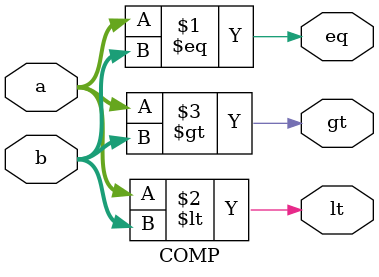
<source format=v>
`timescale 1ns / 1ps

module COMP #(parameter DATAWIDTH = 8)(a, b, gt, lt, eq);

    input [DATAWIDTH-1:0] a, b;
    output gt, lt, eq;
    
    assign eq = (a == b);
    assign lt = (a < b);
    assign gt = (a > b);
    
endmodule

</source>
